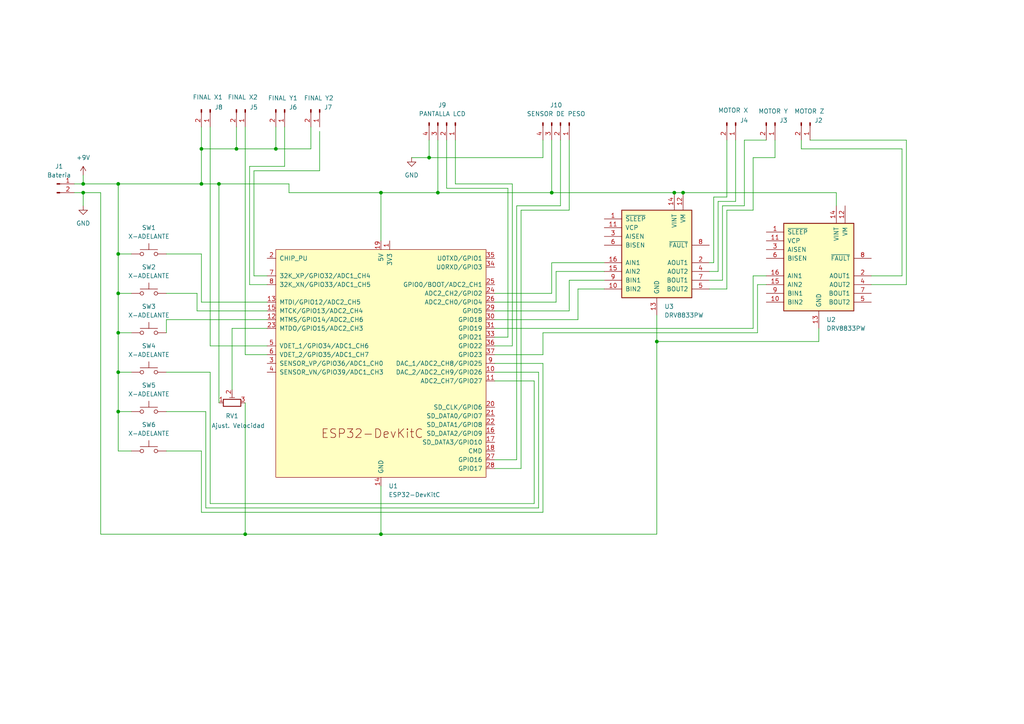
<source format=kicad_sch>
(kicad_sch (version 20231120) (generator "eeschema") (generator_version "8.0")
  (paper "A4")
  (title_block (title "Motacargas esp32") (date "2024-12-18") (rev "V beta 0.1"))
  (lib_symbols
    (symbol "Connector:Conn_01x02_Pin" (pin_names (offset 1.016) hide)
      (property "Reference" "J" (at 0 2.54 0))
      (property "Value" "Conn_01x02_Pin" (at 0 -5.08 0))
      (symbol "Conn_01x02_Pin_1_1"
        (polyline (pts (xy 1.27 -2.54) (xy 0.8636 -2.54)) (stroke (width 0.1524)))
        (polyline (pts (xy 1.27 0) (xy 0.8636 0)) (stroke (width 0.1524)))
        (rectangle (start 0.8636 -2.413) (end 0 -2.667) (stroke (width 0.1524)) (fill (type outline)))
        (rectangle (start 0.8636 0.127) (end 0 -0.127) (stroke (width 0.1524)) (fill (type outline)))
        (pin passive line (at 5.08 0 180) (length 3.81) (name "Pin_1") (number "1"))
        (pin passive line (at 5.08 -2.54 180) (length 3.81) (name "Pin_2") (number "2"))
      )
    )
    (symbol "Connector:Conn_01x04_Pin" (pin_names (offset 1.016) hide)
      (property "Reference" "J" (at 0 5.08 0))
      (property "Value" "Conn_01x04_Pin" (at 0 -7.62 0))
      (symbol "Conn_01x04_Pin_1_1"
        (polyline (pts (xy 1.27 -5.08) (xy 0.8636 -5.08)) (stroke (width 0.1524)))
        (polyline (pts (xy 1.27 -2.54) (xy 0.8636 -2.54)) (stroke (width 0.1524)))
        (polyline (pts (xy 1.27 0) (xy 0.8636 0)) (stroke (width 0.1524)))
        (polyline (pts (xy 1.27 2.54) (xy 0.8636 2.54)) (stroke (width 0.1524)))
        (rectangle (start 0.8636 -4.953) (end 0 -5.207) (stroke (width 0.1524)) (fill (type outline)))
        (rectangle (start 0.8636 -2.413) (end 0 -2.667) (stroke (width 0.1524)) (fill (type outline)))
        (rectangle (start 0.8636 0.127) (end 0 -0.127) (stroke (width 0.1524)) (fill (type outline)))
        (rectangle (start 0.8636 2.667) (end 0 2.413) (stroke (width 0.1524)) (fill (type outline)))
        (pin passive line (at 5.08 2.54 180) (length 3.81) (name "Pin_1") (number "1"))
        (pin passive line (at 5.08 0 180) (length 3.81) (name "Pin_2") (number "2"))
        (pin passive line (at 5.08 -2.54 180) (length 3.81) (name "Pin_3") (number "3"))
        (pin passive line (at 5.08 -5.08 180) (length 3.81) (name "Pin_4") (number "4"))
      )
    )
    (symbol "Device:R_Potentiometer_Trim" (pin_names (offset 1.016) hide)
      (property "Reference" "RV" (at -4.445 0 90))
      (property "Value" "R_Potentiometer_Trim" (at -2.54 0 90))
      (symbol "R_Potentiometer_Trim_0_1"
        (polyline (pts (xy 1.524 0.762) (xy 1.524 -0.762)))
        (polyline (pts (xy 2.54 0) (xy 1.524 0)))
        (rectangle (start 1.016 2.54) (end -1.016 -2.54) (stroke (width 0.254)))
      )
      (symbol "R_Potentiometer_Trim_1_1"
        (pin passive line (at 0 3.81 270) (length 1.27) (name "1") (number "1"))
        (pin passive line (at 3.81 0 180) (length 1.27) (name "2") (number "2"))
        (pin passive line (at 0 -3.81 90) (length 1.27) (name "3") (number "3"))
      )
    )
    (symbol "Driver_Motor:DRV8833PW" (pin_names (offset 1.016))
      (property "Reference" "U" (at -3.81 16.51 0))
      (property "Value" "DRV8833PW" (at -3.81 13.97 0))
      (symbol "DRV8833PW_0_1"
        (rectangle (start -10.16 12.7) (end 10.16 -12.7) (stroke (width 0.254)) (fill (type background)))
      )
      (symbol "DRV8833PW_1_1"
        (pin input line (at -15.24 10.16 0) (length 5.08) (name "~{SLEEP}") (number "1"))
        (pin input line (at -15.24 -10.16 0) (length 5.08) (name "BIN2") (number "10"))
        (pin bidirectional line (at -15.24 7.62 0) (length 5.08) (name "VCP") (number "11"))
        (pin power_in line (at 7.62 17.78 270) (length 5.08) (name "VM") (number "12"))
        (pin power_in line (at 0 -17.78 90) (length 5.08) (name "GND") (number "13"))
        (pin power_in line (at 5.08 17.78 270) (length 5.08) (name "VINT") (number "14"))
        (pin input line (at -15.24 -5.08 0) (length 5.08) (name "AIN2") (number "15"))
        (pin input line (at -15.24 -2.54 0) (length 5.08) (name "AIN1") (number "16"))
        (pin power_out line (at 15.24 -2.54 180) (length 5.08) (name "AOUT1") (number "2"))
        (pin bidirectional line (at -15.24 5.08 0) (length 5.08) (name "AISEN") (number "3"))
        (pin power_out line (at 15.24 -5.08 180) (length 5.08) (name "AOUT2") (number "4"))
        (pin power_out line (at 15.24 -10.16 180) (length 5.08) (name "BOUT2") (number "5"))
        (pin bidirectional line (at -15.24 2.54 0) (length 5.08) (name "BISEN") (number "6"))
        (pin power_out line (at 15.24 -7.62 180) (length 5.08) (name "BOUT1") (number "7"))
        (pin open_collector line (at 15.24 2.54 180) (length 5.08) (name "~{FAULT}") (number "8"))
        (pin input line (at -15.24 -7.62 0) (length 5.08) (name "BIN1") (number "9"))
      )
    )
    (symbol "PCM_Espressif:ESP32-DevKitC" (pin_names (offset 1.016))
      (property "Reference" "U" (at -30.48 38.1 0))
      (property "Value" "ESP32-DevKitC" (at -30.48 35.56 0))
      (symbol "ESP32-DevKitC_0_0"
        (text "ESP32-DevKitC" (at -2.54 -20.32 0) (effects (font (size 2.54 2.54))))
        (pin power_in line (at 0 -35.56 90) (length 2.54) (name "GND") (number "14"))
        (pin power_in line (at 0 35.56 270) (length 2.54) (name "5V") (number "19"))
      )
      (symbol "ESP32-DevKitC_0_1"
        (rectangle (start -30.48 33.02) (end 30.48 -33.02) (fill (type background)))
      )
      (symbol "ESP32-DevKitC_1_1"
        (pin power_in line (at 2.54 35.56 270) (length 2.54) (name "3V3") (number "1"))
        (pin bidirectional line (at 33.02 -2.54 180) (length 2.54) (name "DAC_2/ADC2_CH9/GPIO26") (number "10"))
        (pin bidirectional line (at 33.02 -5.08 180) (length 2.54) (name "ADC2_CH7/GPIO27") (number "11"))
        (pin bidirectional line (at -33.02 12.7 0) (length 2.54) (name "MTMS/GPIO14/ADC2_CH6") (number "12"))
        (pin bidirectional line (at -33.02 17.78 0) (length 2.54) (name "MTDI/GPIO12/ADC2_CH5") (number "13"))
        (pin bidirectional line (at -33.02 15.24 0) (length 2.54) (name "MTCK/GPIO13/ADC2_CH4") (number "15"))
        (pin bidirectional line (at 33.02 -20.32 180) (length 2.54) (name "SD_DATA2/GPIO9") (number "16"))
        (pin bidirectional line (at 33.02 -22.86 180) (length 2.54) (name "SD_DATA3/GPIO10") (number "17"))
        (pin bidirectional line (at 33.02 -25.4 180) (length 2.54) (name "CMD") (number "18"))
        (pin input line (at -33.02 30.48 0) (length 2.54) (name "CHIP_PU") (number "2"))
        (pin bidirectional line (at 33.02 -12.7 180) (length 2.54) (name "SD_CLK/GPIO6") (number "20"))
        (pin bidirectional line (at 33.02 -15.24 180) (length 2.54) (name "SD_DATA0/GPIO7") (number "21"))
        (pin bidirectional line (at 33.02 -17.78 180) (length 2.54) (name "SD_DATA1/GPIO8") (number "22"))
        (pin bidirectional line (at -33.02 10.16 0) (length 2.54) (name "MTDO/GPIO15/ADC2_CH3") (number "23"))
        (pin bidirectional line (at 33.02 20.32 180) (length 2.54) (name "ADC2_CH2/GPIO2") (number "24"))
        (pin bidirectional line (at 33.02 22.86 180) (length 2.54) (name "GPIO0/BOOT/ADC2_CH1") (number "25"))
        (pin bidirectional line (at 33.02 17.78 180) (length 2.54) (name "ADC2_CH0/GPIO4") (number "26"))
        (pin bidirectional line (at 33.02 -27.94 180) (length 2.54) (name "GPIO16") (number "27"))
        (pin bidirectional line (at 33.02 -30.48 180) (length 2.54) (name "GPIO17") (number "28"))
        (pin bidirectional line (at 33.02 15.24 180) (length 2.54) (name "GPIO5") (number "29"))
        (pin input line (at -33.02 0 0) (length 2.54) (name "SENSOR_VP/GPIO36/ADC1_CH0") (number "3"))
        (pin bidirectional line (at 33.02 12.7 180) (length 2.54) (name "GPIO18") (number "30"))
        (pin bidirectional line (at 33.02 10.16 180) (length 2.54) (name "GPIO19") (number "31"))
        (pin passive line (at 0 -35.56 90) (length 2.54) hide (name "GND") (number "32"))
        (pin bidirectional line (at 33.02 7.62 180) (length 2.54) (name "GPIO21") (number "33"))
        (pin bidirectional line (at 33.02 27.94 180) (length 2.54) (name "U0RXD/GPIO3") (number "34"))
        (pin bidirectional line (at 33.02 30.48 180) (length 2.54) (name "U0TXD/GPIO1") (number "35"))
        (pin bidirectional line (at 33.02 5.08 180) (length 2.54) (name "GPIO22") (number "36"))
        (pin bidirectional line (at 33.02 2.54 180) (length 2.54) (name "GPIO23") (number "37"))
        (pin passive line (at 0 -35.56 90) (length 2.54) hide (name "GND") (number "38"))
        (pin input line (at -33.02 -2.54 0) (length 2.54) (name "SENSOR_VN/GPIO39/ADC1_CH3") (number "4"))
        (pin input line (at -33.02 5.08 0) (length 2.54) (name "VDET_1/GPIO34/ADC1_CH6") (number "5"))
        (pin input line (at -33.02 2.54 0) (length 2.54) (name "VDET_2/GPIO35/ADC1_CH7") (number "6"))
        (pin bidirectional line (at -33.02 25.4 0) (length 2.54) (name "32K_XP/GPIO32/ADC1_CH4") (number "7"))
        (pin bidirectional line (at -33.02 22.86 0) (length 2.54) (name "32K_XN/GPIO33/ADC1_CH5") (number "8"))
        (pin bidirectional line (at 33.02 0 180) (length 2.54) (name "DAC_1/ADC2_CH8/GPIO25") (number "9"))
      )
    )
    (symbol "Switch:SW_Push" (pin_numbers hide) (pin_names (offset 1.016) hide)
      (property "Reference" "SW" (at 1.27 2.54 0))
      (property "Value" "SW_Push" (at 0 -1.524 0))
      (symbol "SW_Push_0_1"
        (circle (center -2.032 0) (radius 0.508))
        (polyline (pts (xy 0 1.27) (xy 0 3.048)))
        (polyline (pts (xy 2.54 1.27) (xy -2.54 1.27)))
        (circle (center 2.032 0) (radius 0.508))
        (pin passive line (at -5.08 0 0) (length 2.54) (name "1") (number "1"))
        (pin passive line (at 5.08 0 180) (length 2.54) (name "2") (number "2"))
      )
    )
    (symbol "power:+9V" (power) (pin_numbers hide) (pin_names (offset 0) hide)
      (property "Value" "+9V" (at 0 3.556 0))
      (symbol "+9V_0_1"
        (polyline (pts (xy -0.762 1.27) (xy 0 2.54)))
        (polyline (pts (xy 0 0) (xy 0 2.54)))
        (polyline (pts (xy 0 2.54) (xy 0.762 1.27)))
      )
      (symbol "+9V_1_1"
        (pin power_in line (at 0 0 90) (length 0) (name "~") (number "1"))
      )
    )
    (symbol "power:GND" (power) (pin_numbers hide) (pin_names (offset 0) hide)
      (property "Value" "GND" (at 0 -3.81 0))
      (symbol "GND_0_1"
        (polyline (pts (xy 0 0) (xy 0 -1.27) (xy 1.27 -1.27) (xy 0 -2.54) (xy -1.27 -1.27) (xy 0 -1.27)))
      )
      (symbol "GND_1_1"
        (pin power_in line (at 0 0 270) (length 0) (name "~") (number "1"))
      )
    )
  )
  (junction (at 34.29 119.38))
  (junction (at 110.49 55.88))
  (junction (at 80.01 43.18))
  (junction (at 190.5 99.06))
  (junction (at 124.46 45.72))
  (junction (at 34.29 73.66))
  (junction (at 58.42 53.34))
  (junction (at 34.29 53.34))
  (junction (at 160.02 55.88))
  (junction (at 110.49 154.94))
  (junction (at 24.13 55.88))
  (junction (at 34.29 107.95))
  (junction (at 63.5 53.34))
  (junction (at 58.42 43.18))
  (junction (at 195.58 55.88))
  (junction (at 34.29 96.52))
  (junction (at 127 55.88))
  (junction (at 71.12 154.94))
  (junction (at 198.12 55.88))
  (junction (at 24.13 53.34))
  (junction (at 34.29 85.09))
  (junction (at 68.58 43.18))
  (wire (pts (xy 209.55 59.69) (xy 209.55 81.28)))
  (wire (pts (xy 165.1 81.28) (xy 175.26 81.28)))
  (wire (pts (xy 224.79 40.64) (xy 224.79 45.72)))
  (wire (pts (xy 157.48 105.41) (xy 157.48 148.59)))
  (wire (pts (xy 82.55 36.83) (xy 82.55 48.26)))
  (wire (pts (xy 148.59 100.33) (xy 143.51 100.33)))
  (wire (pts (xy 147.32 54.61) (xy 129.54 54.61)))
  (wire (pts (xy 232.41 40.64) (xy 232.41 43.18)))
  (wire (pts (xy 262.89 82.55) (xy 252.73 82.55)))
  (wire (pts (xy 210.82 57.15) (xy 207.01 57.15)))
  (wire (pts (xy 167.64 83.82) (xy 167.64 92.71)))
  (wire (pts (xy 58.42 43.18) (xy 58.42 53.34)))
  (wire (pts (xy 58.42 130.81) (xy 48.26 130.81)))
  (wire (pts (xy 215.9 40.64) (xy 215.9 59.69)))
  (wire (pts (xy 60.96 100.33) (xy 77.47 100.33)))
  (wire (pts (xy 71.12 116.84) (xy 71.12 154.94)))
  (wire (pts (xy 165.1 90.17) (xy 165.1 81.28)))
  (wire (pts (xy 218.44 45.72) (xy 218.44 60.96)))
  (wire (pts (xy 261.62 80.01) (xy 252.73 80.01)))
  (wire (pts (xy 127 40.64) (xy 127 55.88)))
  (wire (pts (xy 67.31 113.03) (xy 67.31 95.25)))
  (wire (pts (xy 143.51 107.95) (xy 156.21 107.95)))
  (wire (pts (xy 215.9 59.69) (xy 209.55 59.69)))
  (wire (pts (xy 80.01 36.83) (xy 80.01 43.18)))
  (wire (pts (xy 34.29 73.66) (xy 34.29 85.09)))
  (wire (pts (xy 151.13 60.96) (xy 151.13 135.89)))
  (wire (pts (xy 68.58 43.18) (xy 80.01 43.18)))
  (wire (pts (xy 48.26 92.71) (xy 48.26 96.52)))
  (wire (pts (xy 218.44 95.25) (xy 218.44 80.01)))
  (wire (pts (xy 151.13 135.89) (xy 143.51 135.89)))
  (wire (pts (xy 71.12 154.94) (xy 29.21 154.94)))
  (wire (pts (xy 162.56 40.64) (xy 162.56 59.69)))
  (wire (pts (xy 242.57 55.88) (xy 242.57 59.69)))
  (wire (pts (xy 82.55 48.26) (xy 72.39 48.26)))
  (wire (pts (xy 83.82 53.34) (xy 83.82 55.88)))
  (wire (pts (xy 58.42 148.59) (xy 58.42 130.81)))
  (wire (pts (xy 237.49 99.06) (xy 237.49 95.25)))
  (wire (pts (xy 154.94 110.49) (xy 154.94 146.05)))
  (wire (pts (xy 83.82 53.34) (xy 63.5 53.34)))
  (wire (pts (xy 175.26 78.74) (xy 161.29 78.74)))
  (wire (pts (xy 234.95 40.64) (xy 262.89 40.64)))
  (wire (pts (xy 175.26 83.82) (xy 167.64 83.82)))
  (wire (pts (xy 143.51 85.09) (xy 160.02 85.09)))
  (wire (pts (xy 132.08 40.64) (xy 132.08 53.34)))
  (wire (pts (xy 129.54 40.64) (xy 129.54 54.61)))
  (wire (pts (xy 162.56 59.69) (xy 149.86 59.69)))
  (wire (pts (xy 207.01 76.2) (xy 205.74 76.2)))
  (wire (pts (xy 262.89 40.64) (xy 262.89 82.55)))
  (wire (pts (xy 210.82 60.96) (xy 210.82 83.82)))
  (wire (pts (xy 208.28 78.74) (xy 205.74 78.74)))
  (wire (pts (xy 143.51 105.41) (xy 157.48 105.41)))
  (wire (pts (xy 83.82 55.88) (xy 110.49 55.88)))
  (wire (pts (xy 190.5 99.06) (xy 190.5 154.94)))
  (wire (pts (xy 213.36 58.42) (xy 208.28 58.42)))
  (wire (pts (xy 67.31 95.25) (xy 77.47 95.25)))
  (wire (pts (xy 71.12 102.87) (xy 77.47 102.87)))
  (wire (pts (xy 77.47 92.71) (xy 48.26 92.71)))
  (wire (pts (xy 63.5 53.34) (xy 58.42 53.34)))
  (wire (pts (xy 154.94 146.05) (xy 60.96 146.05)))
  (wire (pts (xy 218.44 60.96) (xy 210.82 60.96)))
  (wire (pts (xy 38.1 130.81) (xy 34.29 130.81)))
  (wire (pts (xy 208.28 58.42) (xy 208.28 78.74)))
  (wire (pts (xy 110.49 55.88) (xy 127 55.88)))
  (wire (pts (xy 157.48 148.59) (xy 58.42 148.59)))
  (wire (pts (xy 143.51 90.17) (xy 165.1 90.17)))
  (wire (pts (xy 143.51 110.49) (xy 154.94 110.49)))
  (wire (pts (xy 148.59 53.34) (xy 148.59 100.33)))
  (wire (pts (xy 24.13 55.88) (xy 29.21 55.88)))
  (wire (pts (xy 73.66 49.53) (xy 73.66 80.01)))
  (wire (pts (xy 161.29 78.74) (xy 161.29 87.63)))
  (wire (pts (xy 63.5 53.34) (xy 63.5 116.84)))
  (wire (pts (xy 165.1 60.96) (xy 151.13 60.96)))
  (wire (pts (xy 34.29 85.09) (xy 34.29 96.52)))
  (wire (pts (xy 24.13 55.88) (xy 24.13 59.69)))
  (wire (pts (xy 261.62 43.18) (xy 261.62 80.01)))
  (wire (pts (xy 124.46 45.72) (xy 157.48 45.72)))
  (wire (pts (xy 60.96 36.83) (xy 60.96 100.33)))
  (wire (pts (xy 90.17 36.83) (xy 90.17 43.18)))
  (wire (pts (xy 149.86 59.69) (xy 149.86 133.35)))
  (wire (pts (xy 127 55.88) (xy 160.02 55.88)))
  (wire (pts (xy 29.21 154.94) (xy 29.21 55.88)))
  (wire (pts (xy 149.86 133.35) (xy 143.51 133.35)))
  (wire (pts (xy 210.82 83.82) (xy 205.74 83.82)))
  (wire (pts (xy 38.1 119.38) (xy 34.29 119.38)))
  (wire (pts (xy 59.69 119.38) (xy 48.26 119.38)))
  (wire (pts (xy 167.64 92.71) (xy 143.51 92.71)))
  (wire (pts (xy 190.5 91.44) (xy 190.5 99.06)))
  (wire (pts (xy 157.48 40.64) (xy 157.48 45.72)))
  (wire (pts (xy 157.48 102.87) (xy 157.48 96.52)))
  (wire (pts (xy 58.42 73.66) (xy 58.42 87.63)))
  (wire (pts (xy 34.29 107.95) (xy 34.29 119.38)))
  (wire (pts (xy 73.66 80.01) (xy 77.47 80.01)))
  (wire (pts (xy 124.46 40.64) (xy 124.46 45.72)))
  (wire (pts (xy 110.49 140.97) (xy 110.49 154.94)))
  (wire (pts (xy 48.26 85.09) (xy 57.15 85.09)))
  (wire (pts (xy 57.15 90.17) (xy 77.47 90.17)))
  (wire (pts (xy 165.1 40.64) (xy 165.1 60.96)))
  (wire (pts (xy 71.12 36.83) (xy 71.12 102.87)))
  (wire (pts (xy 58.42 43.18) (xy 68.58 43.18)))
  (wire (pts (xy 160.02 85.09) (xy 160.02 76.2)))
  (wire (pts (xy 34.29 96.52) (xy 38.1 96.52)))
  (wire (pts (xy 58.42 87.63) (xy 77.47 87.63)))
  (wire (pts (xy 48.26 73.66) (xy 58.42 73.66)))
  (wire (pts (xy 190.5 99.06) (xy 237.49 99.06)))
  (wire (pts (xy 38.1 85.09) (xy 34.29 85.09)))
  (wire (pts (xy 119.38 45.72) (xy 124.46 45.72)))
  (wire (pts (xy 190.5 154.94) (xy 110.49 154.94)))
  (wire (pts (xy 157.48 96.52) (xy 219.71 96.52)))
  (wire (pts (xy 60.96 146.05) (xy 60.96 107.95)))
  (wire (pts (xy 72.39 82.55) (xy 77.47 82.55)))
  (wire (pts (xy 160.02 55.88) (xy 195.58 55.88)))
  (wire (pts (xy 34.29 73.66) (xy 38.1 73.66)))
  (wire (pts (xy 156.21 107.95) (xy 156.21 147.32)))
  (wire (pts (xy 21.59 55.88) (xy 24.13 55.88)))
  (wire (pts (xy 21.59 53.34) (xy 24.13 53.34)))
  (wire (pts (xy 34.29 53.34) (xy 34.29 73.66)))
  (wire (pts (xy 57.15 85.09) (xy 57.15 90.17)))
  (wire (pts (xy 34.29 53.34) (xy 24.13 53.34)))
  (wire (pts (xy 209.55 81.28) (xy 205.74 81.28)))
  (wire (pts (xy 222.25 40.64) (xy 215.9 40.64)))
  (wire (pts (xy 143.51 95.25) (xy 218.44 95.25)))
  (wire (pts (xy 110.49 154.94) (xy 71.12 154.94)))
  (wire (pts (xy 34.29 119.38) (xy 34.29 130.81)))
  (wire (pts (xy 156.21 147.32) (xy 59.69 147.32)))
  (wire (pts (xy 72.39 48.26) (xy 72.39 82.55)))
  (wire (pts (xy 219.71 96.52) (xy 219.71 82.55)))
  (wire (pts (xy 160.02 76.2) (xy 175.26 76.2)))
  (wire (pts (xy 219.71 82.55) (xy 222.25 82.55)))
  (wire (pts (xy 80.01 43.18) (xy 90.17 43.18)))
  (wire (pts (xy 160.02 40.64) (xy 160.02 55.88)))
  (wire (pts (xy 92.71 49.53) (xy 73.66 49.53)))
  (wire (pts (xy 213.36 40.64) (xy 213.36 58.42)))
  (wire (pts (xy 92.71 38.1) (xy 92.71 49.53)))
  (wire (pts (xy 34.29 96.52) (xy 34.29 107.95)))
  (wire (pts (xy 232.41 43.18) (xy 261.62 43.18)))
  (wire (pts (xy 147.32 97.79) (xy 147.32 54.61)))
  (wire (pts (xy 224.79 45.72) (xy 218.44 45.72)))
  (wire (pts (xy 24.13 53.34) (xy 24.13 50.8)))
  (wire (pts (xy 143.51 97.79) (xy 147.32 97.79)))
  (wire (pts (xy 143.51 102.87) (xy 157.48 102.87)))
  (wire (pts (xy 132.08 53.34) (xy 148.59 53.34)))
  (wire (pts (xy 59.69 147.32) (xy 59.69 119.38)))
  (wire (pts (xy 218.44 80.01) (xy 222.25 80.01)))
  (wire (pts (xy 242.57 55.88) (xy 198.12 55.88)))
  (wire (pts (xy 58.42 53.34) (xy 34.29 53.34)))
  (wire (pts (xy 210.82 40.64) (xy 210.82 57.15)))
  (wire (pts (xy 207.01 57.15) (xy 207.01 76.2)))
  (wire (pts (xy 60.96 107.95) (xy 48.26 107.95)))
  (wire (pts (xy 110.49 55.88) (xy 110.49 69.85)))
  (wire (pts (xy 68.58 36.83) (xy 68.58 43.18)))
  (wire (pts (xy 195.58 55.88) (xy 198.12 55.88)))
  (wire (pts (xy 58.42 36.83) (xy 58.42 43.18)))
  (wire (pts (xy 161.29 87.63) (xy 143.51 87.63)))
  (wire (pts (xy 34.29 107.95) (xy 38.1 107.95)))
  (symbol (lib_id "Switch:SW_Push") (at 43.18 96.52 0) (unit 1)
    (property "Reference" "SW3" (at 43.18 88.9 0))
    (property "Value" "X-ADELANTE" (at 43.18 91.44 0))
    (property "Description" "Push button switch, generic, two pins" (effects (hide yes)))
  )
  (symbol (lib_id "power:GND") (at 24.13 59.69 0) (unit 1)
    (property "Reference" "#PWR02" (effects (hide yes)))
    (property "Value" "GND" (at 24.13 64.77 0))
    (property "Description" "Power symbol creates a global label with name \"GND\" , ground" (effects (hide yes)))
  )
  (symbol (lib_id "Device:R_Potentiometer_Trim") (at 67.31 116.84 90) (unit 1)
    (property "Reference" "RV1" (at 67.31 120.65 90))
    (property "Value" "Ajust. Velocidad" (at 69.088 123.444 90))
    (property "Description" "Trim-potentiometer" (effects (hide yes)))
  )
  (symbol (lib_id "Connector:Conn_01x02_Pin") (at 224.79 35.56 270) (unit 1)
    (property "Reference" "J3" (at 226.06 34.9249 90) (effects (justify left)))
    (property "Value" "MOTOR Y" (at 219.964 32.258 90) (effects (justify left)))
    (property "Footprint" "Connector_PinSocket_2.54mm:PinSocket_1x02_P2.54mm_Vertical" (effects (hide yes)))
    (property "Description" "Generic connector, single row, 01x02, script generated" (effects (hide yes)))
  )
  (symbol (lib_id "Switch:SW_Push") (at 43.18 85.09 0) (unit 1)
    (property "Reference" "SW2" (at 43.18 77.47 0))
    (property "Value" "X-ADELANTE" (at 43.18 80.01 0))
    (property "Description" "Push button switch, generic, two pins" (effects (hide yes)))
  )
  (symbol (lib_id "Connector:Conn_01x02_Pin") (at 71.12 31.75 270) (unit 1)
    (property "Reference" "J5" (at 72.39 31.1149 90) (effects (justify left)))
    (property "Value" "FINAL X2" (at 66.04 28.194 90) (effects (justify left)))
    (property "Footprint" "Connector_PinSocket_2.54mm:PinSocket_1x02_P2.54mm_Vertical" (effects (hide yes)))
    (property "Description" "Generic connector, single row, 01x02, script generated" (effects (hide yes)))
  )
  (symbol (lib_id "Switch:SW_Push") (at 43.18 73.66 0) (unit 1)
    (property "Reference" "SW1" (at 43.18 66.04 0))
    (property "Value" "X-ADELANTE" (at 43.18 68.58 0))
    (property "Description" "Push button switch, generic, two pins" (effects (hide yes)))
  )
  (symbol (lib_id "Switch:SW_Push") (at 43.18 130.81 0) (unit 1)
    (property "Reference" "SW6" (at 43.18 123.19 0))
    (property "Value" "X-ADELANTE" (at 43.18 125.73 0))
    (property "Description" "Push button switch, generic, two pins" (effects (hide yes)))
  )
  (symbol (lib_id "Driver_Motor:DRV8833PW") (at 237.49 77.47 0) (unit 1)
    (property "Reference" "U2" (at 239.6841 92.71 0) (effects (justify left)))
    (property "Value" "DRV8833PW" (at 239.6841 95.25 0) (effects (justify left)))
    (property "Footprint" "Package_DFN_QFN:Texas_RTY_WQFN-16-1EP_4x4mm_P0.65mm_EP2.1x2.1mm_ThermalVias" (effects (hide yes)))
    (property "Datasheet" "http://www.ti.com/lit/ds/symlink/drv8833.pdf" (effects (hide yes)))
    (property "Description" "Dual H-Bridge Motor Driver, TSSOP-16" (effects (hide yes)))
  )
  (symbol (lib_id "power:GND") (at 119.38 45.72 0) (unit 1)
    (property "Reference" "#PWR03" (effects (hide yes)))
    (property "Value" "GND" (at 119.38 50.8 0))
    (property "Description" "Power symbol creates a global label with name \"GND\" , ground" (effects (hide yes)))
  )
  (symbol (lib_id "Connector:Conn_01x02_Pin") (at 82.55 31.75 270) (unit 1)
    (property "Reference" "J6" (at 83.82 31.1149 90) (effects (justify left)))
    (property "Value" "FINAL Y1" (at 77.724 28.448 90) (effects (justify left)))
    (property "Footprint" "Connector_PinSocket_2.54mm:PinSocket_1x02_P2.54mm_Vertical" (effects (hide yes)))
    (property "Description" "Generic connector, single row, 01x02, script generated" (effects (hide yes)))
  )
  (symbol (lib_id "Connector:Conn_01x04_Pin") (at 129.54 35.56 270) (unit 1)
    (property "Reference" "J9" (at 128.27 30.48 90))
    (property "Value" "PANTALLA LCD" (at 128.27 33.02 90))
    (property "Description" "Generic connector, single row, 01x04, script generated" (effects (hide yes)))
  )
  (symbol (lib_id "Driver_Motor:DRV8833PW") (at 190.5 73.66 0) (unit 1)
    (property "Reference" "U3" (at 192.6941 88.9 0) (effects (justify left)))
    (property "Value" "DRV8833PW" (at 192.6941 91.44 0) (effects (justify left)))
    (property "Footprint" "Package_DFN_QFN:Texas_RTY_WQFN-16-1EP_4x4mm_P0.65mm_EP2.1x2.1mm_ThermalVias" (effects (hide yes)))
    (property "Datasheet" "http://www.ti.com/lit/ds/symlink/drv8833.pdf" (effects (hide yes)))
    (property "Description" "Dual H-Bridge Motor Driver, TSSOP-16" (effects (hide yes)))
  )
  (symbol (lib_id "Connector:Conn_01x02_Pin") (at 92.71 31.75 270) (unit 1)
    (property "Reference" "J7" (at 93.98 31.1149 90) (effects (justify left)))
    (property "Value" "FINAL Y2" (at 88.138 28.448 90) (effects (justify left)))
    (property "Footprint" "Connector_PinSocket_2.54mm:PinSocket_1x02_P2.54mm_Vertical" (effects (hide yes)))
    (property "Description" "Generic connector, single row, 01x02, script generated" (effects (hide yes)))
  )
  (symbol (lib_id "power:+9V") (at 24.13 50.8 0) (unit 1)
    (property "Reference" "#PWR01" (effects (hide yes)))
    (property "Value" "+9V" (at 24.13 45.72 0))
    (property "Description" "Power symbol creates a global label with name \"+9V\"" (effects (hide yes)))
  )
  (symbol (lib_id "Switch:SW_Push") (at 43.18 119.38 0) (unit 1)
    (property "Reference" "SW5" (at 43.18 111.76 0))
    (property "Value" "X-ADELANTE" (at 43.18 114.3 0))
    (property "Description" "Push button switch, generic, two pins" (effects (hide yes)))
  )
  (symbol (lib_id "Connector:Conn_01x04_Pin") (at 162.56 35.56 270) (unit 1)
    (property "Reference" "J10" (at 161.29 30.48 90))
    (property "Value" "SENSOR DE PESO" (at 161.29 33.02 90))
    (property "Description" "Generic connector, single row, 01x04, script generated" (effects (hide yes)))
  )
  (symbol (lib_id "Connector:Conn_01x02_Pin") (at 234.95 35.56 270) (unit 1)
    (property "Reference" "J2" (at 236.22 34.9249 90) (effects (justify left)))
    (property "Value" "MOTOR Z" (at 230.378 32.258 90) (effects (justify left)))
    (property "Footprint" "Connector_PinSocket_2.54mm:PinSocket_1x02_P2.54mm_Vertical" (effects (hide yes)))
    (property "Description" "Generic connector, single row, 01x02, script generated" (effects (hide yes)))
  )
  (symbol (lib_id "Connector:Conn_01x02_Pin") (at 60.96 31.75 270) (unit 1)
    (property "Reference" "J8" (at 62.23 31.1149 90) (effects (justify left)))
    (property "Value" "FINAL X1" (at 55.88 28.194 90) (effects (justify left)))
    (property "Footprint" "Connector_PinSocket_2.54mm:PinSocket_1x02_P2.54mm_Vertical" (effects (hide yes)))
    (property "Description" "Generic connector, single row, 01x02, script generated" (effects (hide yes)))
  )
  (symbol (lib_id "Connector:Conn_01x02_Pin") (at 213.36 35.56 270) (unit 1)
    (property "Reference" "J4" (at 214.63 34.9249 90) (effects (justify left)))
    (property "Value" "MOTOR X" (at 208.28 32.004 90) (effects (justify left)))
    (property "Footprint" "Connector_PinSocket_2.54mm:PinSocket_1x02_P2.54mm_Vertical" (effects (hide yes)))
    (property "Description" "Generic connector, single row, 01x02, script generated" (effects (hide yes)))
  )
  (symbol (lib_id "Connector:Conn_01x02_Pin") (at 16.51 53.34 0) (unit 1)
    (property "Reference" "J1" (at 17.145 48.26 0))
    (property "Value" "Bateria" (at 17.145 50.8 0))
    (property "Footprint" "Connector_PinSocket_2.54mm:PinSocket_1x02_P2.54mm_Vertical" (effects (hide yes)))
    (property "Description" "Generic connector, single row, 01x02, script generated" (effects (hide yes)))
  )
  (symbol (lib_id "PCM_Espressif:ESP32-DevKitC") (at 110.49 105.41 0) (unit 1)
    (property "Reference" "U1" (at 112.6841 140.97 0) (effects (justify left)))
    (property "Value" "ESP32-DevKitC" (at 112.6841 143.51 0) (effects (justify left)))
    (property "Footprint" "PCM_Espressif:ESP32-DevKitC" (effects (hide yes)))
    (property "Datasheet" "https://docs.espressif.com/projects/esp-idf/zh_CN/latest/esp32/hw-reference/esp32/get-started-devkitc.html" (effects (hide yes)))
    (property "Description" "Development Kit" (effects (hide yes)))
  )
  (symbol (lib_id "Switch:SW_Push") (at 43.18 107.95 0) (unit 1)
    (property "Reference" "SW4" (at 43.18 100.33 0))
    (property "Value" "X-ADELANTE" (at 43.18 102.87 0))
    (property "Description" "Push button switch, generic, two pins" (effects (hide yes)))
  )
)
</source>
